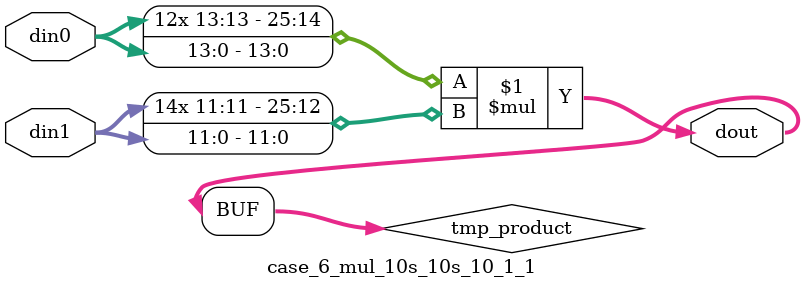
<source format=v>

`timescale 1 ns / 1 ps

 module case_6_mul_10s_10s_10_1_1(din0, din1, dout);
parameter ID = 1;
parameter NUM_STAGE = 0;
parameter din0_WIDTH = 14;
parameter din1_WIDTH = 12;
parameter dout_WIDTH = 26;

input [din0_WIDTH - 1 : 0] din0; 
input [din1_WIDTH - 1 : 0] din1; 
output [dout_WIDTH - 1 : 0] dout;

wire signed [dout_WIDTH - 1 : 0] tmp_product;



























assign tmp_product = $signed(din0) * $signed(din1);








assign dout = tmp_product;





















endmodule

</source>
